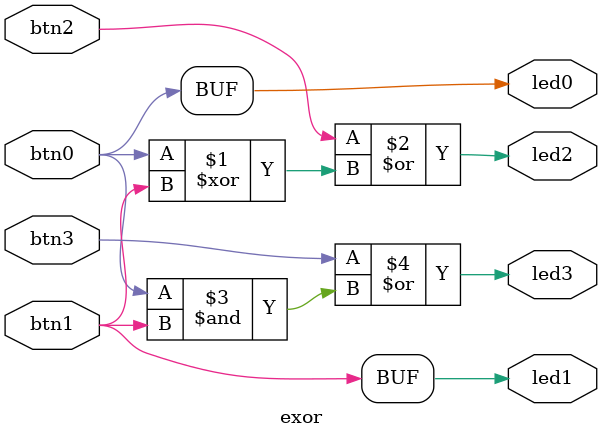
<source format=v>

`timescale 1ns / 1ps

module exor(
    input btn0,
    input btn1,
    input btn2,
    input btn3,
    output led0,
    output led1,
    output led2,
    output led3
    );
    
assign led0 = btn0;
assign led1 = btn1;
assign led2 = btn2 |(btn0 ^ btn1);
assign led3 = btn3 |(btn0 & btn1);

endmodule

</source>
